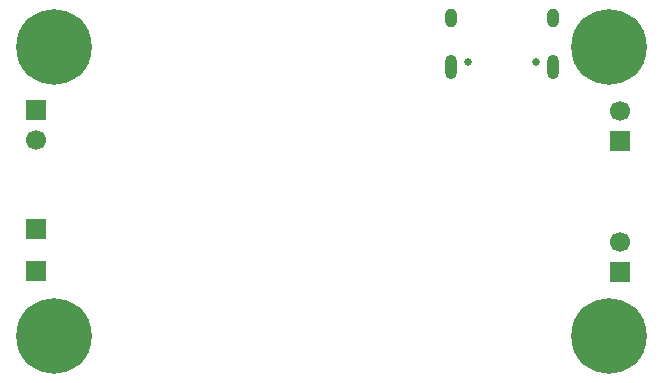
<source format=gbr>
%TF.GenerationSoftware,KiCad,Pcbnew,9.0.6-9.0.6~ubuntu24.04.1*%
%TF.CreationDate,2025-12-01T15:32:01+03:00*%
%TF.ProjectId,canfilter_g4,63616e66-696c-4746-9572-5f67342e6b69,rev?*%
%TF.SameCoordinates,Original*%
%TF.FileFunction,Soldermask,Bot*%
%TF.FilePolarity,Negative*%
%FSLAX46Y46*%
G04 Gerber Fmt 4.6, Leading zero omitted, Abs format (unit mm)*
G04 Created by KiCad (PCBNEW 9.0.6-9.0.6~ubuntu24.04.1) date 2025-12-01 15:32:01*
%MOMM*%
%LPD*%
G01*
G04 APERTURE LIST*
%ADD10C,0.800000*%
%ADD11C,6.400000*%
%ADD12R,1.700000X1.700000*%
%ADD13C,0.650000*%
%ADD14O,1.000000X2.100000*%
%ADD15O,1.000000X1.600000*%
%ADD16C,1.700000*%
G04 APERTURE END LIST*
D10*
%TO.C,H104*%
X168600000Y-109500000D03*
X169302944Y-107802944D03*
X169302944Y-111197056D03*
X171000000Y-107100000D03*
D11*
X171000000Y-109500000D03*
D10*
X171000000Y-111900000D03*
X172697056Y-107802944D03*
X172697056Y-111197056D03*
X173400000Y-109500000D03*
%TD*%
%TO.C,H101*%
X121600000Y-85000000D03*
X122302944Y-83302944D03*
X122302944Y-86697056D03*
X124000000Y-82600000D03*
D11*
X124000000Y-85000000D03*
D10*
X124000000Y-87400000D03*
X125697056Y-83302944D03*
X125697056Y-86697056D03*
X126400000Y-85000000D03*
%TD*%
%TO.C,H103*%
X168600000Y-85000000D03*
X169302944Y-83302944D03*
X169302944Y-86697056D03*
X171000000Y-82600000D03*
D11*
X171000000Y-85000000D03*
D10*
X171000000Y-87400000D03*
X172697056Y-83302944D03*
X172697056Y-86697056D03*
X173400000Y-85000000D03*
%TD*%
D12*
%TO.C,J105*%
X122500000Y-100400000D03*
%TD*%
D13*
%TO.C,J601*%
X164840000Y-86255000D03*
X159060000Y-86255000D03*
D14*
X166270000Y-86755000D03*
D15*
X166270000Y-82575000D03*
D14*
X157630000Y-86755000D03*
D15*
X157630000Y-82575000D03*
%TD*%
D12*
%TO.C,J102*%
X172000000Y-104100000D03*
D16*
X172000000Y-101560000D03*
%TD*%
D12*
%TO.C,J101*%
X122500000Y-90400000D03*
D16*
X122500000Y-92940000D03*
%TD*%
D12*
%TO.C,J104*%
X122500000Y-104000000D03*
%TD*%
D10*
%TO.C,H102*%
X121600000Y-109500000D03*
X122302944Y-107802944D03*
X122302944Y-111197056D03*
X124000000Y-107100000D03*
D11*
X124000000Y-109500000D03*
D10*
X124000000Y-111900000D03*
X125697056Y-107802944D03*
X125697056Y-111197056D03*
X126400000Y-109500000D03*
%TD*%
D12*
%TO.C,J103*%
X172000000Y-92950000D03*
D16*
X172000000Y-90410000D03*
%TD*%
M02*

</source>
